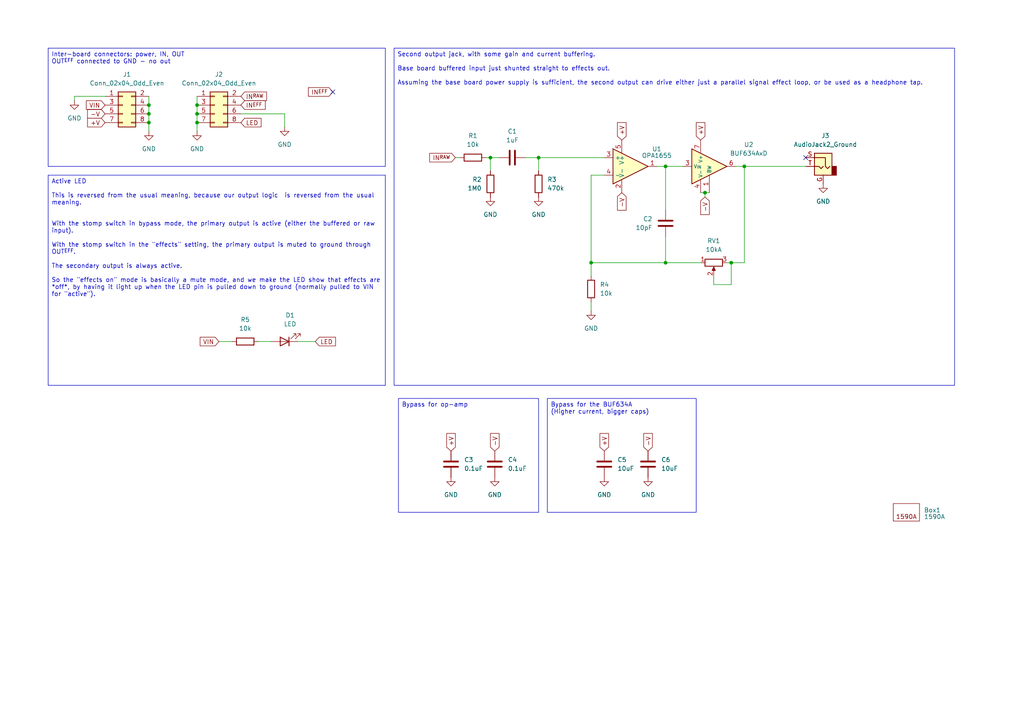
<source format=kicad_sch>
(kicad_sch (version 20231120) (generator "eeschema") (generator_version "8.0")
  (paper "A4")
  (title_block (title "Signal splitter with headphone amplifier") (date "2025-02-28") (rev "v1.0"))
  (lib_symbols
    (symbol "Amplifier_Buffer:BUF634AxD"
      (property "Reference" "U" (at 6.35 2.54 0))
      (property "Value" "BUF634AxD" (at 7.62 -2.54 0))
      (symbol "BUF634AxD_0_1"
        (polyline (pts (xy 5.08 0) (xy -5.08 5.08) (xy -5.08 -5.08) (xy 5.08 0)) (stroke (width 0.254)) (fill (type background)))
      )
      (symbol "BUF634AxD_1_1"
        (pin input line (at 0 -7.62 90) (length 5.08) (name "BW") (number "1"))
        (pin no_connect line (at -5.08 5.08 0) (length 2.54) hide (name "NC") (number "2"))
        (pin input line (at -7.62 0 0) (length 2.54) (name "V_{IN}") (number "3"))
        (pin power_in line (at -2.54 -7.62 90) (length 3.81) (name "V-") (number "4"))
        (pin no_connect line (at -5.08 2.54 0) (length 2.54) hide (name "NC") (number "5"))
        (pin output line (at 7.62 0 180) (length 2.54) (name "~") (number "6"))
        (pin power_in line (at -2.54 7.62 270) (length 3.81) (name "V+") (number "7"))
        (pin no_connect line (at -5.08 -2.54 0) (length 2.54) hide (name "NC") (number "8"))
      )
    )
    (symbol "Connector_Audio:AudioJack2_Ground"
      (property "Reference" "J" (at 0 8.89 0))
      (property "Value" "AudioJack2_Ground" (at 0 6.35 0))
      (symbol "AudioJack2_Ground_0_1"
        (rectangle (start -2.54 -2.54) (end -3.81 0) (stroke (width 0.254)) (fill (type outline)))
        (polyline (pts (xy 0 0) (xy 0.635 -0.635) (xy 1.27 0) (xy 2.54 0)) (stroke (width 0.254)))
        (polyline (pts (xy 2.54 2.54) (xy -0.635 2.54) (xy -0.635 0) (xy -1.27 -0.635) (xy -1.905 0)) (stroke (width 0.254)))
        (rectangle (start 2.54 3.81) (end -2.54 -2.54) (stroke (width 0.254)) (fill (type background)))
      )
      (symbol "AudioJack2_Ground_1_1"
        (pin passive line (at 0 -5.08 90) (length 2.54) (name "~") (number "G"))
        (pin passive line (at 5.08 2.54 180) (length 2.54) (name "~") (number "S"))
        (pin passive line (at 5.08 0 180) (length 2.54) (name "~") (number "T"))
      )
    )
    (symbol "Connector_Generic:Conn_02x04_Odd_Even" (pin_names (offset 1.016) hide)
      (property "Reference" "J" (at 1.27 5.08 0))
      (property "Value" "Conn_02x04_Odd_Even" (at 1.27 -7.62 0))
      (symbol "Conn_02x04_Odd_Even_1_1"
        (rectangle (start -1.27 -4.953) (end 0 -5.207) (stroke (width 0.1524)))
        (rectangle (start -1.27 -2.413) (end 0 -2.667) (stroke (width 0.1524)))
        (rectangle (start -1.27 0.127) (end 0 -0.127) (stroke (width 0.1524)))
        (rectangle (start -1.27 2.667) (end 0 2.413) (stroke (width 0.1524)))
        (rectangle (start -1.27 3.81) (end 3.81 -6.35) (stroke (width 0.254)) (fill (type background)))
        (rectangle (start 3.81 -4.953) (end 2.54 -5.207) (stroke (width 0.1524)))
        (rectangle (start 3.81 -2.413) (end 2.54 -2.667) (stroke (width 0.1524)))
        (rectangle (start 3.81 0.127) (end 2.54 -0.127) (stroke (width 0.1524)))
        (rectangle (start 3.81 2.667) (end 2.54 2.413) (stroke (width 0.1524)))
        (pin passive line (at -5.08 2.54 0) (length 3.81) (name "Pin_1") (number "1"))
        (pin passive line (at 7.62 2.54 180) (length 3.81) (name "Pin_2") (number "2"))
        (pin passive line (at -5.08 0 0) (length 3.81) (name "Pin_3") (number "3"))
        (pin passive line (at 7.62 0 180) (length 3.81) (name "Pin_4") (number "4"))
        (pin passive line (at -5.08 -2.54 0) (length 3.81) (name "Pin_5") (number "5"))
        (pin passive line (at 7.62 -2.54 180) (length 3.81) (name "Pin_6") (number "6"))
        (pin passive line (at -5.08 -5.08 0) (length 3.81) (name "Pin_7") (number "7"))
        (pin passive line (at 7.62 -5.08 180) (length 3.81) (name "Pin_8") (number "8"))
      )
    )
    (symbol "Device:C" (pin_numbers hide) (pin_names (offset 0.254))
      (property "Reference" "C" (at 0.635 2.54 0))
      (property "Value" "C" (at 0.635 -2.54 0))
      (symbol "C_0_1"
        (polyline (pts (xy -2.032 -0.762) (xy 2.032 -0.762)) (stroke (width 0.508)))
        (polyline (pts (xy -2.032 0.762) (xy 2.032 0.762)) (stroke (width 0.508)))
      )
      (symbol "C_1_1"
        (pin passive line (at 0 3.81 270) (length 2.794) (name "~") (number "1"))
        (pin passive line (at 0 -3.81 90) (length 2.794) (name "~") (number "2"))
      )
    )
    (symbol "Device:LED" (pin_numbers hide) (pin_names (offset 1.016) hide)
      (property "Reference" "D" (at 0 2.54 0))
      (property "Value" "LED" (at 0 -2.54 0))
      (symbol "LED_0_1"
        (polyline (pts (xy -1.27 -1.27) (xy -1.27 1.27)) (stroke (width 0.254)))
        (polyline (pts (xy -1.27 0) (xy 1.27 0)))
        (polyline (pts (xy 1.27 -1.27) (xy 1.27 1.27) (xy -1.27 0) (xy 1.27 -1.27)) (stroke (width 0.254)))
        (polyline (pts (xy -3.048 -0.762) (xy -4.572 -2.286) (xy -3.81 -2.286) (xy -4.572 -2.286) (xy -4.572 -1.524)))
        (polyline (pts (xy -1.778 -0.762) (xy -3.302 -2.286) (xy -2.54 -2.286) (xy -3.302 -2.286) (xy -3.302 -1.524)))
      )
      (symbol "LED_1_1"
        (pin passive line (at -3.81 0 0) (length 2.54) (name "K") (number "1"))
        (pin passive line (at 3.81 0 180) (length 2.54) (name "A") (number "2"))
      )
    )
    (symbol "Device:R" (pin_numbers hide) (pin_names (offset 0))
      (property "Reference" "R" (at 2.032 0 90))
      (property "Value" "R" (at 0 0 90))
      (symbol "R_0_1"
        (rectangle (start -1.016 -2.54) (end 1.016 2.54) (stroke (width 0.254)))
      )
      (symbol "R_1_1"
        (pin passive line (at 0 3.81 270) (length 1.27) (name "~") (number "1"))
        (pin passive line (at 0 -3.81 90) (length 1.27) (name "~") (number "2"))
      )
    )
    (symbol "Device:R_Potentiometer" (pin_names (offset 1.016) hide)
      (property "Reference" "RV" (at -4.445 0 90))
      (property "Value" "R_Potentiometer" (at -2.54 0 90))
      (symbol "R_Potentiometer_0_1"
        (polyline (pts (xy 2.54 0) (xy 1.524 0)))
        (polyline (pts (xy 1.143 0) (xy 2.286 0.508) (xy 2.286 -0.508) (xy 1.143 0)) (fill (type outline)))
        (rectangle (start 1.016 2.54) (end -1.016 -2.54) (stroke (width 0.254)))
      )
      (symbol "R_Potentiometer_1_1"
        (pin passive line (at 0 3.81 270) (length 1.27) (name "1") (number "1"))
        (pin passive line (at 3.81 0 180) (length 1.27) (name "2") (number "2"))
        (pin passive line (at 0 -3.81 90) (length 1.27) (name "3") (number "3"))
      )
    )
    (symbol "Mylib:Enclosure_1590A"
      (property "Reference" "Box" (at 0 0 0))
      (symbol "Enclosure_1590A_0_1"
        (rectangle (start -3.81 1.27) (end 3.81 -3.81))
      )
      (symbol "Enclosure_1590A_1_1"
        (text "1590A" (at 0 -2.54 0) (effects (font (size 1.27 1.27))))
      )
    )
    (symbol "Mylib:OPA1655DVB"
      (property "Reference" "U" (at -6.35 6.35 0))
      (symbol "OPA1655DVB_0_1"
        (polyline (pts (xy 0 5.08) (xy 10.16 0) (xy 0 -5.08) (xy 0 5.08)) (stroke (width 0.254)) (fill (type background)))
        (pin power_in line (at 2.54 -7.62 90) (length 3.81) (name "V-") (number "2"))
        (pin power_in line (at 2.54 7.62 270) (length 3.81) (name "V+") (number "5"))
      )
      (symbol "OPA1655DVB_1_1"
        (pin output line (at 12.7 0 180) (length 2.54) (name "~") (number "1"))
        (pin input line (at -2.54 2.54 0) (length 2.54) (name "+") (number "3"))
        (pin input line (at -2.54 -2.54 0) (length 2.54) (name "-") (number "4"))
      )
    )
    (symbol "power:GND" (power) (pin_numbers hide) (pin_names (offset 0) hide)
      (property "Value" "GND" (at 0 -3.81 0))
      (symbol "GND_0_1"
        (polyline (pts (xy 0 0) (xy 0 -1.27) (xy 1.27 -1.27) (xy 0 -2.54) (xy -1.27 -1.27) (xy 0 -1.27)))
      )
      (symbol "GND_1_1"
        (pin power_in line (at 0 0 270) (length 0) (name "~") (number "1"))
      )
    )
  )
  (junction (at 193.04 48.26))
  (junction (at 43.18 30.48))
  (junction (at 204.47 55.88))
  (junction (at 171.45 76.2))
  (junction (at 212.09 76.2))
  (junction (at 57.15 30.48))
  (junction (at 43.18 35.56))
  (junction (at 43.18 33.02))
  (junction (at 215.9 48.26))
  (junction (at 193.04 76.2))
  (junction (at 57.15 33.02))
  (junction (at 156.21 45.72))
  (junction (at 142.24 45.72))
  (junction (at 57.15 35.56))
  (no_connect (at 96.52 26.67))
  (no_connect (at 233.68 45.72))
  (wire (pts (xy 91.44 99.06) (xy 86.36 99.06)))
  (wire (pts (xy 156.21 45.72) (xy 156.21 49.53)))
  (wire (pts (xy 193.04 60.96) (xy 193.04 48.26)))
  (wire (pts (xy 142.24 45.72) (xy 142.24 49.53)))
  (wire (pts (xy 57.15 27.94) (xy 57.15 30.48)))
  (wire (pts (xy 57.15 35.56) (xy 57.15 38.1)))
  (wire (pts (xy 210.82 76.2) (xy 212.09 76.2)))
  (wire (pts (xy 43.18 30.48) (xy 43.18 33.02)))
  (wire (pts (xy 193.04 48.26) (xy 198.12 48.26)))
  (wire (pts (xy 43.18 27.94) (xy 43.18 30.48)))
  (wire (pts (xy 74.93 99.06) (xy 78.74 99.06)))
  (wire (pts (xy 171.45 76.2) (xy 171.45 80.01)))
  (wire (pts (xy 140.97 45.72) (xy 142.24 45.72)))
  (wire (pts (xy 82.55 33.02) (xy 82.55 36.83)))
  (wire (pts (xy 207.01 82.55) (xy 207.01 80.01)))
  (wire (pts (xy 171.45 50.8) (xy 175.26 50.8)))
  (wire (pts (xy 190.5 48.26) (xy 193.04 48.26)))
  (wire (pts (xy 21.59 27.94) (xy 30.48 27.94)))
  (wire (pts (xy 63.5 99.06) (xy 67.31 99.06)))
  (wire (pts (xy 171.45 76.2) (xy 171.45 50.8)))
  (wire (pts (xy 142.24 45.72) (xy 144.78 45.72)))
  (wire (pts (xy 171.45 87.63) (xy 171.45 90.17)))
  (wire (pts (xy 207.01 82.55) (xy 212.09 82.55)))
  (wire (pts (xy 213.36 48.26) (xy 215.9 48.26)))
  (wire (pts (xy 193.04 76.2) (xy 203.2 76.2)))
  (wire (pts (xy 156.21 45.72) (xy 175.26 45.72)))
  (wire (pts (xy 203.2 55.88) (xy 204.47 55.88)))
  (wire (pts (xy 152.4 45.72) (xy 156.21 45.72)))
  (wire (pts (xy 57.15 33.02) (xy 57.15 35.56)))
  (wire (pts (xy 132.08 45.72) (xy 133.35 45.72)))
  (wire (pts (xy 212.09 76.2) (xy 215.9 76.2)))
  (wire (pts (xy 69.85 33.02) (xy 82.55 33.02)))
  (wire (pts (xy 21.59 29.21) (xy 21.59 27.94)))
  (wire (pts (xy 204.47 55.88) (xy 205.74 55.88)))
  (wire (pts (xy 57.15 30.48) (xy 57.15 33.02)))
  (wire (pts (xy 212.09 82.55) (xy 212.09 76.2)))
  (wire (pts (xy 171.45 76.2) (xy 193.04 76.2)))
  (wire (pts (xy 215.9 48.26) (xy 215.9 76.2)))
  (wire (pts (xy 204.47 57.15) (xy 204.47 55.88)))
  (wire (pts (xy 193.04 68.58) (xy 193.04 76.2)))
  (wire (pts (xy 215.9 48.26) (xy 233.68 48.26)))
  (wire (pts (xy 43.18 35.56) (xy 43.18 38.1)))
  (wire (pts (xy 43.18 33.02) (xy 43.18 35.56)))
  (text_box "Bypass for op-amp" (at 115.57 115.57 0) (size 40.64 33.02) (effects (font (size 1.27 1.27)) (justify left top)))
  (text_box "Inter-board connectors: power, IN, OUT\nOUT^{EFF} connected to GND - no out" (at 13.97 13.97 0) (size 97.79 34.29) (effects (font (size 1.27 1.27)) (justify left top)))
  (text_box "Bypass for the BUF634A\n(Higher current, bigger caps)" (at 158.75 115.57 0) (size 43.18 33.02) (effects (font (size 1.27 1.27)) (justify left top)))
  (text_box "Active LED\n\nThis is reversed from the usual meaning, because our output logic  is reversed from the usual meaning.\n\n\nWith the stomp switch in bypass mode, the primary output is active (either the buffered or raw input).\n\nWith the stomp switch in the \"effects\" setting, the primary output is muted to ground through OUT^{EFF}.\n\nThe secondary output is always active.\n\nSo the \"effects on\" mode is basically a mute mode, and we make the LED show that effects are *off*, by having it light up when the LED pin is pulled down to ground (normally pulled to VIN for \"active\")." (at 13.97 50.8 0) (size 97.79 60.96) (effects (font (size 1.27 1.27)) (justify left top)))
  (text_box "Second output jack, with some gain and current buffering.\n\nBase board buffered input just shunted straight to effects out.\n\nAssuming the base board power supply is sufficient, the second output can drive either just a parallel signal effect loop, or be used as a headphone tap." (at 114.3 13.97 0) (size 162.56 97.79) (effects (font (size 1.27 1.27)) (justify left top)))
  (global_label "VIN" (shape input) (at 30.48 30.48 180) (property "Intersheetrefs" "${INTERSHEET_REFS}" (effects (hide yes))))
  (global_label "LED" (shape input) (at 91.44 99.06 0) (property "Intersheetrefs" "${INTERSHEET_REFS}" (effects (hide yes))))
  (global_label "+V" (shape input) (at 203.2 40.64 90) (property "Intersheetrefs" "${INTERSHEET_REFS}" (effects (hide yes))))
  (global_label "+V" (shape input) (at 30.48 35.56 180) (property "Intersheetrefs" "${INTERSHEET_REFS}" (effects (hide yes))))
  (global_label "VIN" (shape input) (at 63.5 99.06 180) (property "Intersheetrefs" "${INTERSHEET_REFS}" (effects (hide yes))))
  (global_label "IN^{EFF}" (shape input) (at 96.52 26.67 180) (property "Intersheetrefs" "${INTERSHEET_REFS}" (effects (hide yes))))
  (global_label "+V" (shape input) (at 175.26 130.81 90) (property "Intersheetrefs" "${INTERSHEET_REFS}" (effects (hide yes))))
  (global_label "IN^{RAW}" (shape input) (at 69.85 27.94 0) (property "Intersheetrefs" "${INTERSHEET_REFS}" (effects (hide yes))))
  (global_label "-V" (shape input) (at 30.48 33.02 180) (property "Intersheetrefs" "${INTERSHEET_REFS}" (effects (hide yes))))
  (global_label "LED" (shape input) (at 69.85 35.56 0) (property "Intersheetrefs" "${INTERSHEET_REFS}" (effects (hide yes))))
  (global_label "-V" (shape input) (at 187.96 130.81 90) (property "Intersheetrefs" "${INTERSHEET_REFS}" (effects (hide yes))))
  (global_label "+V" (shape input) (at 180.34 40.64 90) (property "Intersheetrefs" "${INTERSHEET_REFS}" (effects (hide yes))))
  (global_label "-V" (shape input) (at 180.34 55.88 270) (property "Intersheetrefs" "${INTERSHEET_REFS}" (effects (hide yes))))
  (global_label "IN^{EFF}" (shape input) (at 69.85 30.48 0) (property "Intersheetrefs" "${INTERSHEET_REFS}" (effects (hide yes))))
  (global_label "-V" (shape input) (at 204.47 57.15 270) (property "Intersheetrefs" "${INTERSHEET_REFS}" (effects (hide yes))))
  (global_label "-V" (shape input) (at 143.51 130.81 90) (property "Intersheetrefs" "${INTERSHEET_REFS}" (effects (hide yes))))
  (global_label "+V" (shape input) (at 130.81 130.81 90) (property "Intersheetrefs" "${INTERSHEET_REFS}" (effects (hide yes))))
  (global_label "IN^{RAW}" (shape input) (at 132.08 45.72 180) (property "Intersheetrefs" "${INTERSHEET_REFS}" (effects (hide yes))))
  (symbol (lib_id "Device:C") (at 130.81 134.62 0) (unit 1)
    (property "Reference" "C3" (at 134.62 133.3499 0) (effects (justify left)))
    (property "Value" "0.1uF" (at 134.62 135.8899 0) (effects (justify left)))
    (property "Footprint" "Capacitor_SMD:C_1206_3216Metric_Pad1.33x1.80mm_HandSolder" (effects (hide yes)))
    (property "Description" "Unpolarized capacitor" (effects (hide yes)))
  )
  (symbol (lib_id "power:GND") (at 43.18 38.1 0) (unit 1)
    (property "Reference" "#PWR3" (effects (hide yes)))
    (property "Value" "GND" (at 43.18 43.18 0))
    (property "Description" "Power symbol creates a global label with name \"GND\" , ground" (effects (hide yes)))
  )
  (symbol (lib_id "power:GND") (at 238.76 53.34 0) (mirror y) (unit 1)
    (property "Reference" "#PWR5" (effects (hide yes)))
    (property "Value" "GND" (at 238.76 58.42 0))
    (property "Description" "Power symbol creates a global label with name \"GND\" , ground" (effects (hide yes)))
  )
  (symbol (lib_id "Device:R_Potentiometer") (at 207.01 76.2 90) (mirror x) (unit 1)
    (property "Reference" "RV1" (at 207.01 69.85 90))
    (property "Value" "10kA" (at 207.01 72.39 90))
    (property "Footprint" "Mylib:Potentiometer-Basic" (effects (hide yes)))
    (property "Description" "Potentiometer" (effects (hide yes)))
  )
  (symbol (lib_id "power:GND") (at 82.55 36.83 0) (unit 1)
    (property "Reference" "#PWR2" (effects (hide yes)))
    (property "Value" "GND" (at 82.55 41.91 0))
    (property "Description" "Power symbol creates a global label with name \"GND\" , ground" (effects (hide yes)))
  )
  (symbol (lib_id "Device:C") (at 143.51 134.62 0) (unit 1)
    (property "Reference" "C4" (at 147.32 133.3499 0) (effects (justify left)))
    (property "Value" "0.1uF" (at 147.32 135.8899 0) (effects (justify left)))
    (property "Footprint" "Capacitor_SMD:C_1206_3216Metric_Pad1.33x1.80mm_HandSolder" (effects (hide yes)))
    (property "Description" "Unpolarized capacitor" (effects (hide yes)))
  )
  (symbol (lib_id "Amplifier_Buffer:BUF634AxD") (at 205.74 48.26 0) (unit 1)
    (property "Reference" "U2" (at 217.17 41.9414 0))
    (property "Value" "BUF634AxD" (at 217.17 44.4814 0))
    (property "Footprint" "Package_SO:SOIC-8_3.9x4.9mm_P1.27mm" (effects (hide yes)))
    (property "Datasheet" "https://www.ti.com/lit/ds/symlink/buf634a.pdf" (effects (hide yes)))
    (property "Description" "36-V, 210-MHz, 250-mA Output, High-Speed Buffer, SOIC-8" (effects (hide yes)))
  )
  (symbol (lib_id "Device:LED") (at 82.55 99.06 180) (unit 1)
    (property "Reference" "D1" (at 84.1375 91.44 0))
    (property "Value" "LED" (at 84.1375 93.98 0))
    (property "Footprint" "LED_THT:LED_D3.0mm" (effects (hide yes)))
    (property "Description" "Light emitting diode" (effects (hide yes)))
  )
  (symbol (lib_id "power:GND") (at 57.15 38.1 0) (unit 1)
    (property "Reference" "#PWR4" (effects (hide yes)))
    (property "Value" "GND" (at 57.15 43.18 0))
    (property "Description" "Power symbol creates a global label with name \"GND\" , ground" (effects (hide yes)))
  )
  (symbol (lib_id "Mylib:OPA1655DVB") (at 177.8 48.26 0) (unit 1)
    (property "Reference" "U1" (at 190.5 43.2114 0))
    (property "Value" "OPA1655" (at 190.5 45.1165 0))
    (property "Footprint" "Package_TO_SOT_SMD:SOT-23-5_HandSoldering" (effects (hide yes)))
    (property "Datasheet" "https://www.ti.com/lit/ds/symlink/opa1655.pdf" (effects (hide yes)))
    (property "Description" "Ultra-Low-Noise, Low-Distortion, FET-Input Audio Operational Amplifier" (effects (hide yes)))
  )
  (symbol (lib_id "Device:R") (at 171.45 83.82 180) (unit 1)
    (property "Reference" "R4" (at 173.99 82.5499 0) (effects (justify right)))
    (property "Value" "10k" (at 173.99 85.0899 0) (effects (justify right)))
    (property "Footprint" "Resistor_SMD:R_0805_2012Metric_Pad1.20x1.40mm_HandSolder" (effects (hide yes)))
    (property "Description" "Resistor" (effects (hide yes)))
  )
  (symbol (lib_id "Device:R") (at 142.24 53.34 0) (mirror y) (unit 1)
    (property "Reference" "R2" (at 139.7 52.0699 0) (effects (justify left)))
    (property "Value" "1M0" (at 139.7 54.6099 0) (effects (justify left)))
    (property "Footprint" "Resistor_SMD:R_0805_2012Metric_Pad1.20x1.40mm_HandSolder" (effects (hide yes)))
    (property "Description" "Resistor" (effects (hide yes)))
  )
  (symbol (lib_id "power:GND") (at 130.81 138.43 0) (unit 1)
    (property "Reference" "#PWR9" (effects (hide yes)))
    (property "Value" "GND" (at 130.81 143.51 0))
    (property "Description" "Power symbol creates a global label with name \"GND\" , ground" (effects (hide yes)))
  )
  (symbol (lib_id "Mylib:Enclosure_1590A") (at 262.89 147.32 0) (unit 1)
    (property "Reference" "Box1" (at 267.97 147.9549 0) (effects (justify left)))
    (property "Value" "1590A" (at 267.97 149.86 0) (effects (justify left)))
    (property "Footprint" "Mylib:1590A" (effects (hide yes)))
  )
  (symbol (lib_id "Device:C") (at 175.26 134.62 0) (unit 1)
    (property "Reference" "C5" (at 179.07 133.3499 0) (effects (justify left)))
    (property "Value" "10uF" (at 179.07 135.8899 0) (effects (justify left)))
    (property "Footprint" "Capacitor_SMD:C_1206_3216Metric_Pad1.33x1.80mm_HandSolder" (effects (hide yes)))
    (property "Description" "Unpolarized capacitor" (effects (hide yes)))
  )
  (symbol (lib_id "power:GND") (at 175.26 138.43 0) (unit 1)
    (property "Reference" "#PWR11" (effects (hide yes)))
    (property "Value" "GND" (at 175.26 143.51 0))
    (property "Description" "Power symbol creates a global label with name \"GND\" , ground" (effects (hide yes)))
  )
  (symbol (lib_id "Device:R") (at 137.16 45.72 90) (unit 1)
    (property "Reference" "R1" (at 137.16 39.37 90))
    (property "Value" "10k" (at 137.16 41.91 90))
    (property "Footprint" "Resistor_SMD:R_0805_2012Metric_Pad1.20x1.40mm_HandSolder" (effects (hide yes)))
    (property "Description" "Resistor" (effects (hide yes)))
  )
  (symbol (lib_id "Device:C") (at 148.59 45.72 90) (unit 1)
    (property "Reference" "C1" (at 148.59 38.1 90))
    (property "Value" "1uF" (at 148.59 40.64 90))
    (property "Footprint" "Capacitor_SMD:C_1206_3216Metric_Pad1.33x1.80mm_HandSolder" (effects (hide yes)))
    (property "Description" "Unpolarized capacitor" (effects (hide yes)))
  )
  (symbol (lib_id "power:GND") (at 143.51 138.43 0) (unit 1)
    (property "Reference" "#PWR10" (effects (hide yes)))
    (property "Value" "GND" (at 143.51 143.51 0))
    (property "Description" "Power symbol creates a global label with name \"GND\" , ground" (effects (hide yes)))
  )
  (symbol (lib_id "Device:C") (at 193.04 64.77 0) (mirror y) (unit 1)
    (property "Reference" "C2" (at 189.23 63.4999 0) (effects (justify left)))
    (property "Value" "10pF" (at 189.23 66.0399 0) (effects (justify left)))
    (property "Footprint" "Capacitor_SMD:C_0805_2012Metric_Pad1.18x1.45mm_HandSolder" (effects (hide yes)))
    (property "Description" "Unpolarized capacitor" (effects (hide yes)))
  )
  (symbol (lib_id "Connector_Audio:AudioJack2_Ground") (at 238.76 48.26 0) (mirror y) (unit 1)
    (property "Reference" "J3" (at 239.395 39.37 0))
    (property "Value" "AudioJack2_Ground" (at 239.395 41.91 0))
    (property "Footprint" "Mylib:CK-6.35" (effects (hide yes)))
    (property "Description" "Audio Jack, 2 Poles (Mono / TS), Grounded Sleeve" (effects (hide yes)))
  )
  (symbol (lib_id "power:GND") (at 156.21 57.15 0) (unit 1)
    (property "Reference" "#PWR7" (effects (hide yes)))
    (property "Value" "GND" (at 156.21 62.23 0))
    (property "Description" "Power symbol creates a global label with name \"GND\" , ground" (effects (hide yes)))
  )
  (symbol (lib_id "Connector_Generic:Conn_02x04_Odd_Even") (at 35.56 30.48 0) (unit 1)
    (property "Reference" "J1" (at 36.83 21.59 0))
    (property "Value" "Conn_02x04_Odd_Even" (at 36.83 24.13 0))
    (property "Footprint" "Connector_PinHeader_2.54mm:PinHeader_2x04_P2.54mm_Vertical" (effects (hide yes)))
    (property "Description" "Generic connector, double row, 02x04, odd/even pin numbering scheme (row 1 odd numbers, row 2 even numbers), script generated (kicad-library-utils/schlib/autogen/connector/)" (effects (hide yes)))
  )
  (symbol (lib_id "Device:R") (at 71.12 99.06 90) (unit 1)
    (property "Reference" "R5" (at 71.12 92.71 90))
    (property "Value" "10k" (at 71.12 95.25 90))
    (property "Footprint" "Resistor_SMD:R_0805_2012Metric_Pad1.20x1.40mm_HandSolder" (effects (hide yes)))
    (property "Description" "Resistor" (effects (hide yes)))
  )
  (symbol (lib_id "power:GND") (at 142.24 57.15 0) (unit 1)
    (property "Reference" "#PWR6" (effects (hide yes)))
    (property "Value" "GND" (at 142.24 62.23 0))
    (property "Description" "Power symbol creates a global label with name \"GND\" , ground" (effects (hide yes)))
  )
  (symbol (lib_id "power:GND") (at 187.96 138.43 0) (unit 1)
    (property "Reference" "#PWR12" (effects (hide yes)))
    (property "Value" "GND" (at 187.96 143.51 0))
    (property "Description" "Power symbol creates a global label with name \"GND\" , ground" (effects (hide yes)))
  )
  (symbol (lib_id "power:GND") (at 171.45 90.17 0) (unit 1)
    (property "Reference" "#PWR8" (effects (hide yes)))
    (property "Value" "GND" (at 171.45 95.25 0))
    (property "Description" "Power symbol creates a global label with name \"GND\" , ground" (effects (hide yes)))
  )
  (symbol (lib_id "Device:C") (at 187.96 134.62 0) (unit 1)
    (property "Reference" "C6" (at 191.77 133.3499 0) (effects (justify left)))
    (property "Value" "10uF" (at 191.77 135.8899 0) (effects (justify left)))
    (property "Footprint" "Capacitor_SMD:C_1206_3216Metric_Pad1.33x1.80mm_HandSolder" (effects (hide yes)))
    (property "Description" "Unpolarized capacitor" (effects (hide yes)))
  )
  (symbol (lib_id "Connector_Generic:Conn_02x04_Odd_Even") (at 62.23 30.48 0) (unit 1)
    (property "Reference" "J2" (at 63.5 21.59 0))
    (property "Value" "Conn_02x04_Odd_Even" (at 63.5 24.13 0))
    (property "Footprint" "Connector_PinHeader_2.54mm:PinHeader_2x04_P2.54mm_Vertical" (effects (hide yes)))
    (property "Description" "Generic connector, double row, 02x04, odd/even pin numbering scheme (row 1 odd numbers, row 2 even numbers), script generated (kicad-library-utils/schlib/autogen/connector/)" (effects (hide yes)))
  )
  (symbol (lib_id "Device:R") (at 156.21 53.34 0) (unit 1)
    (property "Reference" "R3" (at 158.75 52.0699 0) (effects (justify left)))
    (property "Value" "470k" (at 158.75 54.6099 0) (effects (justify left)))
    (property "Footprint" "Resistor_SMD:R_0805_2012Metric_Pad1.20x1.40mm_HandSolder" (effects (hide yes)))
    (property "Description" "Resistor" (effects (hide yes)))
  )
  (symbol (lib_id "power:GND") (at 21.59 29.21 0) (unit 1)
    (property "Reference" "#PWR1" (effects (hide yes)))
    (property "Value" "GND" (at 21.59 34.29 0))
    (property "Description" "Power symbol creates a global label with name \"GND\" , ground" (effects (hide yes)))
  )
)
</source>
